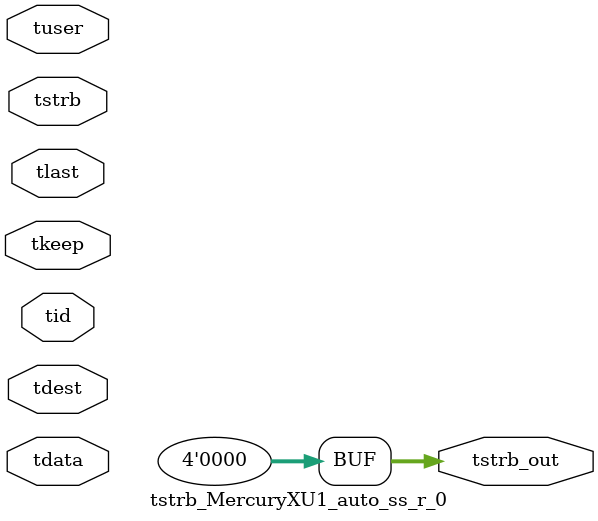
<source format=v>


`timescale 1ps/1ps

module tstrb_MercuryXU1_auto_ss_r_0 #
(
parameter C_S_AXIS_TDATA_WIDTH = 32,
parameter C_S_AXIS_TUSER_WIDTH = 0,
parameter C_S_AXIS_TID_WIDTH   = 0,
parameter C_S_AXIS_TDEST_WIDTH = 0,
parameter C_M_AXIS_TDATA_WIDTH = 32
)
(
input  [(C_S_AXIS_TDATA_WIDTH == 0 ? 1 : C_S_AXIS_TDATA_WIDTH)-1:0     ] tdata,
input  [(C_S_AXIS_TUSER_WIDTH == 0 ? 1 : C_S_AXIS_TUSER_WIDTH)-1:0     ] tuser,
input  [(C_S_AXIS_TID_WIDTH   == 0 ? 1 : C_S_AXIS_TID_WIDTH)-1:0       ] tid,
input  [(C_S_AXIS_TDEST_WIDTH == 0 ? 1 : C_S_AXIS_TDEST_WIDTH)-1:0     ] tdest,
input  [(C_S_AXIS_TDATA_WIDTH/8)-1:0 ] tkeep,
input  [(C_S_AXIS_TDATA_WIDTH/8)-1:0 ] tstrb,
input                                                                    tlast,
output [(C_M_AXIS_TDATA_WIDTH/8)-1:0 ] tstrb_out
);

assign tstrb_out = {1'b0};

endmodule


</source>
